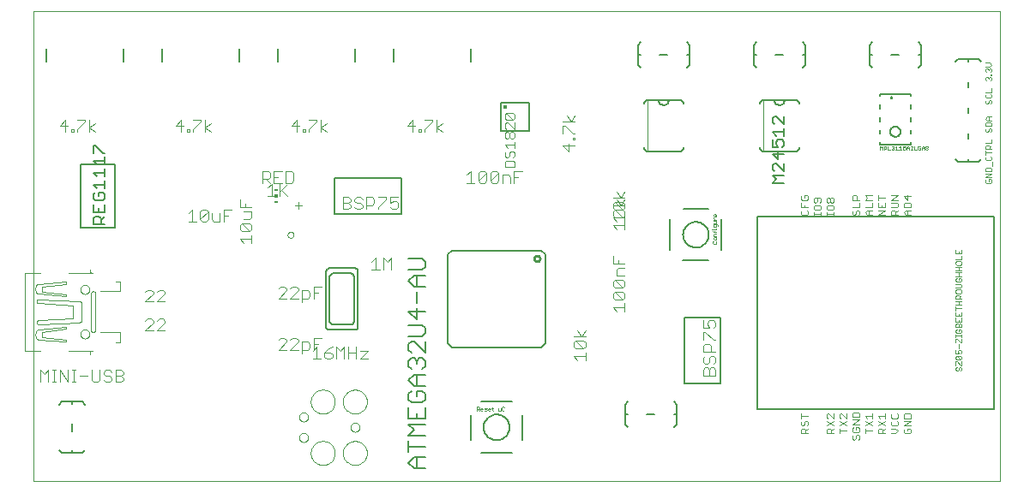
<source format=gto>
G75*
%MOIN*%
%OFA0B0*%
%FSLAX24Y24*%
%IPPOS*%
%LPD*%
%AMOC8*
5,1,8,0,0,1.08239X$1,22.5*
%
%ADD10C,0.0000*%
%ADD11C,0.0020*%
%ADD12C,0.0030*%
%ADD13R,0.0118X0.0059*%
%ADD14R,0.0118X0.0118*%
%ADD15C,0.0040*%
%ADD16C,0.0080*%
%ADD17C,0.0100*%
%ADD18C,0.0060*%
%ADD19C,0.0010*%
%ADD20C,0.0050*%
%ADD21C,0.0157*%
D10*
X003100Y000100D02*
X003100Y018396D01*
X040670Y018396D01*
X040670Y000100D01*
X003100Y000100D01*
X004923Y005834D02*
X004925Y005860D01*
X004931Y005886D01*
X004941Y005911D01*
X004954Y005934D01*
X004970Y005954D01*
X004990Y005972D01*
X005012Y005987D01*
X005035Y005999D01*
X005061Y006007D01*
X005087Y006011D01*
X005113Y006011D01*
X005139Y006007D01*
X005165Y005999D01*
X005189Y005987D01*
X005210Y005972D01*
X005230Y005954D01*
X005246Y005934D01*
X005259Y005911D01*
X005269Y005886D01*
X005275Y005860D01*
X005277Y005834D01*
X005275Y005808D01*
X005269Y005782D01*
X005259Y005757D01*
X005246Y005734D01*
X005230Y005714D01*
X005210Y005696D01*
X005188Y005681D01*
X005165Y005669D01*
X005139Y005661D01*
X005113Y005657D01*
X005087Y005657D01*
X005061Y005661D01*
X005035Y005669D01*
X005011Y005681D01*
X004990Y005696D01*
X004970Y005714D01*
X004954Y005734D01*
X004941Y005757D01*
X004931Y005782D01*
X004925Y005808D01*
X004923Y005834D01*
X004923Y007566D02*
X004925Y007592D01*
X004931Y007618D01*
X004941Y007643D01*
X004954Y007666D01*
X004970Y007686D01*
X004990Y007704D01*
X005012Y007719D01*
X005035Y007731D01*
X005061Y007739D01*
X005087Y007743D01*
X005113Y007743D01*
X005139Y007739D01*
X005165Y007731D01*
X005189Y007719D01*
X005210Y007704D01*
X005230Y007686D01*
X005246Y007666D01*
X005259Y007643D01*
X005269Y007618D01*
X005275Y007592D01*
X005277Y007566D01*
X005275Y007540D01*
X005269Y007514D01*
X005259Y007489D01*
X005246Y007466D01*
X005230Y007446D01*
X005210Y007428D01*
X005188Y007413D01*
X005165Y007401D01*
X005139Y007393D01*
X005113Y007389D01*
X005087Y007389D01*
X005061Y007393D01*
X005035Y007401D01*
X005011Y007413D01*
X004990Y007428D01*
X004970Y007446D01*
X004954Y007466D01*
X004941Y007489D01*
X004931Y007514D01*
X004925Y007540D01*
X004923Y007566D01*
X012982Y009700D02*
X012984Y009721D01*
X012990Y009741D01*
X012999Y009761D01*
X013011Y009778D01*
X013026Y009792D01*
X013044Y009804D01*
X013064Y009812D01*
X013084Y009817D01*
X013105Y009818D01*
X013126Y009815D01*
X013146Y009809D01*
X013165Y009798D01*
X013182Y009785D01*
X013195Y009769D01*
X013206Y009751D01*
X013214Y009731D01*
X013218Y009711D01*
X013218Y009689D01*
X013214Y009669D01*
X013206Y009649D01*
X013195Y009631D01*
X013182Y009615D01*
X013165Y009602D01*
X013146Y009591D01*
X013126Y009585D01*
X013105Y009582D01*
X013084Y009583D01*
X013064Y009588D01*
X013044Y009596D01*
X013026Y009608D01*
X013011Y009622D01*
X012999Y009639D01*
X012990Y009659D01*
X012984Y009679D01*
X012982Y009700D01*
X013883Y003200D02*
X013885Y003243D01*
X013891Y003286D01*
X013901Y003328D01*
X013915Y003369D01*
X013932Y003408D01*
X013953Y003446D01*
X013977Y003481D01*
X014005Y003515D01*
X014035Y003545D01*
X014069Y003573D01*
X014104Y003597D01*
X014142Y003618D01*
X014181Y003635D01*
X014222Y003649D01*
X014264Y003659D01*
X014307Y003665D01*
X014350Y003667D01*
X014393Y003665D01*
X014436Y003659D01*
X014478Y003649D01*
X014519Y003635D01*
X014558Y003618D01*
X014596Y003597D01*
X014631Y003573D01*
X014665Y003545D01*
X014695Y003515D01*
X014723Y003481D01*
X014747Y003446D01*
X014768Y003408D01*
X014785Y003369D01*
X014799Y003328D01*
X014809Y003286D01*
X014815Y003243D01*
X014817Y003200D01*
X014815Y003157D01*
X014809Y003114D01*
X014799Y003072D01*
X014785Y003031D01*
X014768Y002992D01*
X014747Y002954D01*
X014723Y002919D01*
X014695Y002885D01*
X014665Y002855D01*
X014631Y002827D01*
X014596Y002803D01*
X014558Y002782D01*
X014519Y002765D01*
X014478Y002751D01*
X014436Y002741D01*
X014393Y002735D01*
X014350Y002733D01*
X014307Y002735D01*
X014264Y002741D01*
X014222Y002751D01*
X014181Y002765D01*
X014142Y002782D01*
X014104Y002803D01*
X014069Y002827D01*
X014035Y002855D01*
X014005Y002885D01*
X013977Y002919D01*
X013953Y002954D01*
X013932Y002992D01*
X013915Y003031D01*
X013901Y003072D01*
X013891Y003114D01*
X013885Y003157D01*
X013883Y003200D01*
X013425Y002600D02*
X013427Y002626D01*
X013433Y002652D01*
X013442Y002676D01*
X013455Y002699D01*
X013472Y002719D01*
X013491Y002737D01*
X013513Y002752D01*
X013536Y002763D01*
X013561Y002771D01*
X013587Y002775D01*
X013613Y002775D01*
X013639Y002771D01*
X013664Y002763D01*
X013688Y002752D01*
X013709Y002737D01*
X013728Y002719D01*
X013745Y002699D01*
X013758Y002676D01*
X013767Y002652D01*
X013773Y002626D01*
X013775Y002600D01*
X013773Y002574D01*
X013767Y002548D01*
X013758Y002524D01*
X013745Y002501D01*
X013728Y002481D01*
X013709Y002463D01*
X013687Y002448D01*
X013664Y002437D01*
X013639Y002429D01*
X013613Y002425D01*
X013587Y002425D01*
X013561Y002429D01*
X013536Y002437D01*
X013512Y002448D01*
X013491Y002463D01*
X013472Y002481D01*
X013455Y002501D01*
X013442Y002524D01*
X013433Y002548D01*
X013427Y002574D01*
X013425Y002600D01*
X013425Y001800D02*
X013427Y001826D01*
X013433Y001852D01*
X013442Y001876D01*
X013455Y001899D01*
X013472Y001919D01*
X013491Y001937D01*
X013513Y001952D01*
X013536Y001963D01*
X013561Y001971D01*
X013587Y001975D01*
X013613Y001975D01*
X013639Y001971D01*
X013664Y001963D01*
X013688Y001952D01*
X013709Y001937D01*
X013728Y001919D01*
X013745Y001899D01*
X013758Y001876D01*
X013767Y001852D01*
X013773Y001826D01*
X013775Y001800D01*
X013773Y001774D01*
X013767Y001748D01*
X013758Y001724D01*
X013745Y001701D01*
X013728Y001681D01*
X013709Y001663D01*
X013687Y001648D01*
X013664Y001637D01*
X013639Y001629D01*
X013613Y001625D01*
X013587Y001625D01*
X013561Y001629D01*
X013536Y001637D01*
X013512Y001648D01*
X013491Y001663D01*
X013472Y001681D01*
X013455Y001701D01*
X013442Y001724D01*
X013433Y001748D01*
X013427Y001774D01*
X013425Y001800D01*
X013883Y001200D02*
X013885Y001243D01*
X013891Y001286D01*
X013901Y001328D01*
X013915Y001369D01*
X013932Y001408D01*
X013953Y001446D01*
X013977Y001481D01*
X014005Y001515D01*
X014035Y001545D01*
X014069Y001573D01*
X014104Y001597D01*
X014142Y001618D01*
X014181Y001635D01*
X014222Y001649D01*
X014264Y001659D01*
X014307Y001665D01*
X014350Y001667D01*
X014393Y001665D01*
X014436Y001659D01*
X014478Y001649D01*
X014519Y001635D01*
X014558Y001618D01*
X014596Y001597D01*
X014631Y001573D01*
X014665Y001545D01*
X014695Y001515D01*
X014723Y001481D01*
X014747Y001446D01*
X014768Y001408D01*
X014785Y001369D01*
X014799Y001328D01*
X014809Y001286D01*
X014815Y001243D01*
X014817Y001200D01*
X014815Y001157D01*
X014809Y001114D01*
X014799Y001072D01*
X014785Y001031D01*
X014768Y000992D01*
X014747Y000954D01*
X014723Y000919D01*
X014695Y000885D01*
X014665Y000855D01*
X014631Y000827D01*
X014596Y000803D01*
X014558Y000782D01*
X014519Y000765D01*
X014478Y000751D01*
X014436Y000741D01*
X014393Y000735D01*
X014350Y000733D01*
X014307Y000735D01*
X014264Y000741D01*
X014222Y000751D01*
X014181Y000765D01*
X014142Y000782D01*
X014104Y000803D01*
X014069Y000827D01*
X014035Y000855D01*
X014005Y000885D01*
X013977Y000919D01*
X013953Y000954D01*
X013932Y000992D01*
X013915Y001031D01*
X013901Y001072D01*
X013891Y001114D01*
X013885Y001157D01*
X013883Y001200D01*
X015133Y001200D02*
X015135Y001243D01*
X015141Y001286D01*
X015151Y001328D01*
X015165Y001369D01*
X015182Y001408D01*
X015203Y001446D01*
X015227Y001481D01*
X015255Y001515D01*
X015285Y001545D01*
X015319Y001573D01*
X015354Y001597D01*
X015392Y001618D01*
X015431Y001635D01*
X015472Y001649D01*
X015514Y001659D01*
X015557Y001665D01*
X015600Y001667D01*
X015643Y001665D01*
X015686Y001659D01*
X015728Y001649D01*
X015769Y001635D01*
X015808Y001618D01*
X015846Y001597D01*
X015881Y001573D01*
X015915Y001545D01*
X015945Y001515D01*
X015973Y001481D01*
X015997Y001446D01*
X016018Y001408D01*
X016035Y001369D01*
X016049Y001328D01*
X016059Y001286D01*
X016065Y001243D01*
X016067Y001200D01*
X016065Y001157D01*
X016059Y001114D01*
X016049Y001072D01*
X016035Y001031D01*
X016018Y000992D01*
X015997Y000954D01*
X015973Y000919D01*
X015945Y000885D01*
X015915Y000855D01*
X015881Y000827D01*
X015846Y000803D01*
X015808Y000782D01*
X015769Y000765D01*
X015728Y000751D01*
X015686Y000741D01*
X015643Y000735D01*
X015600Y000733D01*
X015557Y000735D01*
X015514Y000741D01*
X015472Y000751D01*
X015431Y000765D01*
X015392Y000782D01*
X015354Y000803D01*
X015319Y000827D01*
X015285Y000855D01*
X015255Y000885D01*
X015227Y000919D01*
X015203Y000954D01*
X015182Y000992D01*
X015165Y001031D01*
X015151Y001072D01*
X015141Y001114D01*
X015135Y001157D01*
X015133Y001200D01*
X015425Y002200D02*
X015427Y002226D01*
X015433Y002252D01*
X015442Y002276D01*
X015455Y002299D01*
X015472Y002319D01*
X015491Y002337D01*
X015513Y002352D01*
X015536Y002363D01*
X015561Y002371D01*
X015587Y002375D01*
X015613Y002375D01*
X015639Y002371D01*
X015664Y002363D01*
X015688Y002352D01*
X015709Y002337D01*
X015728Y002319D01*
X015745Y002299D01*
X015758Y002276D01*
X015767Y002252D01*
X015773Y002226D01*
X015775Y002200D01*
X015773Y002174D01*
X015767Y002148D01*
X015758Y002124D01*
X015745Y002101D01*
X015728Y002081D01*
X015709Y002063D01*
X015687Y002048D01*
X015664Y002037D01*
X015639Y002029D01*
X015613Y002025D01*
X015587Y002025D01*
X015561Y002029D01*
X015536Y002037D01*
X015512Y002048D01*
X015491Y002063D01*
X015472Y002081D01*
X015455Y002101D01*
X015442Y002124D01*
X015433Y002148D01*
X015427Y002174D01*
X015425Y002200D01*
X015133Y003200D02*
X015135Y003243D01*
X015141Y003286D01*
X015151Y003328D01*
X015165Y003369D01*
X015182Y003408D01*
X015203Y003446D01*
X015227Y003481D01*
X015255Y003515D01*
X015285Y003545D01*
X015319Y003573D01*
X015354Y003597D01*
X015392Y003618D01*
X015431Y003635D01*
X015472Y003649D01*
X015514Y003659D01*
X015557Y003665D01*
X015600Y003667D01*
X015643Y003665D01*
X015686Y003659D01*
X015728Y003649D01*
X015769Y003635D01*
X015808Y003618D01*
X015846Y003597D01*
X015881Y003573D01*
X015915Y003545D01*
X015945Y003515D01*
X015973Y003481D01*
X015997Y003446D01*
X016018Y003408D01*
X016035Y003369D01*
X016049Y003328D01*
X016059Y003286D01*
X016065Y003243D01*
X016067Y003200D01*
X016065Y003157D01*
X016059Y003114D01*
X016049Y003072D01*
X016035Y003031D01*
X016018Y002992D01*
X015997Y002954D01*
X015973Y002919D01*
X015945Y002885D01*
X015915Y002855D01*
X015881Y002827D01*
X015846Y002803D01*
X015808Y002782D01*
X015769Y002765D01*
X015728Y002751D01*
X015686Y002741D01*
X015643Y002735D01*
X015600Y002733D01*
X015557Y002735D01*
X015514Y002741D01*
X015472Y002751D01*
X015431Y002765D01*
X015392Y002782D01*
X015354Y002803D01*
X015319Y002827D01*
X015285Y002855D01*
X015255Y002885D01*
X015227Y002919D01*
X015203Y002954D01*
X015182Y002992D01*
X015165Y003031D01*
X015151Y003072D01*
X015141Y003114D01*
X015135Y003157D01*
X015133Y003200D01*
D11*
X026970Y012950D02*
X026970Y014950D01*
X031470Y014950D02*
X031470Y012950D01*
X036010Y013010D02*
X036010Y013150D01*
X036057Y013103D01*
X036103Y013150D01*
X036103Y013010D01*
X036157Y013010D02*
X036157Y013150D01*
X036227Y013150D01*
X036251Y013127D01*
X036251Y013080D01*
X036227Y013057D01*
X036157Y013057D01*
X036305Y013010D02*
X036398Y013010D01*
X036452Y013033D02*
X036475Y013010D01*
X036522Y013010D01*
X036545Y013033D01*
X036545Y013057D01*
X036522Y013080D01*
X036499Y013080D01*
X036522Y013080D02*
X036545Y013103D01*
X036545Y013127D01*
X036522Y013150D01*
X036475Y013150D01*
X036452Y013127D01*
X036305Y013150D02*
X036305Y013010D01*
X036599Y013010D02*
X036693Y013010D01*
X036646Y013010D02*
X036646Y013150D01*
X036599Y013103D01*
X036747Y013103D02*
X036793Y013150D01*
X036793Y013010D01*
X036747Y013010D02*
X036840Y013010D01*
X036894Y013033D02*
X036917Y013010D01*
X036964Y013010D01*
X036987Y013033D01*
X036987Y013080D01*
X036964Y013103D01*
X036941Y013103D01*
X036894Y013080D01*
X036894Y013150D01*
X036987Y013150D01*
X037041Y013103D02*
X037088Y013150D01*
X037135Y013103D01*
X037135Y013010D01*
X037189Y013010D02*
X037282Y013103D01*
X037282Y013127D01*
X037259Y013150D01*
X037212Y013150D01*
X037189Y013127D01*
X037135Y013080D02*
X037041Y013080D01*
X037041Y013103D02*
X037041Y013010D01*
X037189Y013010D02*
X037282Y013010D01*
X037336Y013010D02*
X037429Y013010D01*
X037483Y013033D02*
X037507Y013010D01*
X037553Y013010D01*
X037577Y013033D01*
X037577Y013080D01*
X037530Y013080D01*
X037483Y013127D02*
X037483Y013033D01*
X037483Y013127D02*
X037507Y013150D01*
X037553Y013150D01*
X037577Y013127D01*
X037631Y013103D02*
X037677Y013150D01*
X037724Y013103D01*
X037724Y013010D01*
X037778Y013033D02*
X037778Y013057D01*
X037801Y013080D01*
X037848Y013080D01*
X037871Y013057D01*
X037871Y013033D01*
X037848Y013010D01*
X037801Y013010D01*
X037778Y013033D01*
X037801Y013080D02*
X037778Y013103D01*
X037778Y013127D01*
X037801Y013150D01*
X037848Y013150D01*
X037871Y013127D01*
X037871Y013103D01*
X037848Y013080D01*
X037724Y013080D02*
X037631Y013080D01*
X037631Y013103D02*
X037631Y013010D01*
X037336Y013010D02*
X037336Y013150D01*
X040110Y013155D02*
X040147Y013191D01*
X040220Y013191D01*
X040257Y013155D01*
X040257Y013045D01*
X040330Y013045D02*
X040110Y013045D01*
X040110Y013155D01*
X040110Y013266D02*
X040330Y013266D01*
X040330Y013412D01*
X040330Y013191D02*
X040257Y013118D01*
X040110Y012970D02*
X040110Y012824D01*
X040110Y012897D02*
X040330Y012897D01*
X040293Y012749D02*
X040330Y012713D01*
X040330Y012639D01*
X040293Y012603D01*
X040147Y012603D01*
X040110Y012639D01*
X040110Y012713D01*
X040147Y012749D01*
X040367Y012528D02*
X040367Y012382D01*
X040293Y012308D02*
X040147Y012308D01*
X040110Y012271D01*
X040110Y012161D01*
X040330Y012161D01*
X040330Y012271D01*
X040293Y012308D01*
X040330Y012087D02*
X040110Y012087D01*
X040110Y011940D02*
X040330Y012087D01*
X040330Y011940D02*
X040110Y011940D01*
X040147Y011866D02*
X040110Y011829D01*
X040110Y011755D01*
X040147Y011719D01*
X040293Y011719D01*
X040330Y011755D01*
X040330Y011829D01*
X040293Y011866D01*
X040220Y011866D01*
X040220Y011792D01*
X040183Y013708D02*
X040220Y013744D01*
X040220Y013818D01*
X040257Y013854D01*
X040293Y013854D01*
X040330Y013818D01*
X040330Y013744D01*
X040293Y013708D01*
X040183Y013708D02*
X040147Y013708D01*
X040110Y013744D01*
X040110Y013818D01*
X040147Y013854D01*
X040110Y013929D02*
X040110Y014039D01*
X040147Y014075D01*
X040293Y014075D01*
X040330Y014039D01*
X040330Y013929D01*
X040110Y013929D01*
X040183Y014150D02*
X040110Y014223D01*
X040183Y014296D01*
X040330Y014296D01*
X040220Y014296D02*
X040220Y014150D01*
X040183Y014150D02*
X040330Y014150D01*
X040293Y014813D02*
X040330Y014849D01*
X040330Y014923D01*
X040293Y014959D01*
X040257Y014959D01*
X040220Y014923D01*
X040220Y014849D01*
X040183Y014813D01*
X040147Y014813D01*
X040110Y014849D01*
X040110Y014923D01*
X040147Y014959D01*
X040147Y015034D02*
X040293Y015034D01*
X040330Y015070D01*
X040330Y015144D01*
X040293Y015180D01*
X040330Y015255D02*
X040330Y015401D01*
X040330Y015255D02*
X040110Y015255D01*
X040147Y015180D02*
X040110Y015144D01*
X040110Y015070D01*
X040147Y015034D01*
X040147Y015697D02*
X040110Y015733D01*
X040110Y015807D01*
X040147Y015843D01*
X040183Y015843D01*
X040220Y015807D01*
X040257Y015843D01*
X040293Y015843D01*
X040330Y015807D01*
X040330Y015733D01*
X040293Y015697D01*
X040220Y015770D02*
X040220Y015807D01*
X040293Y015918D02*
X040293Y015954D01*
X040330Y015954D01*
X040330Y015918D01*
X040293Y015918D01*
X040293Y016028D02*
X040330Y016065D01*
X040330Y016138D01*
X040293Y016175D01*
X040257Y016175D01*
X040220Y016138D01*
X040220Y016101D01*
X040220Y016138D02*
X040183Y016175D01*
X040147Y016175D01*
X040110Y016138D01*
X040110Y016065D01*
X040147Y016028D01*
X040110Y016249D02*
X040257Y016249D01*
X040330Y016322D01*
X040257Y016396D01*
X040110Y016396D01*
X039169Y009112D02*
X039169Y008965D01*
X038949Y008965D01*
X038949Y009112D01*
X039059Y009039D02*
X039059Y008965D01*
X039169Y008891D02*
X039169Y008744D01*
X038949Y008744D01*
X038986Y008670D02*
X038949Y008634D01*
X038949Y008560D01*
X038986Y008523D01*
X039133Y008523D01*
X039169Y008560D01*
X039169Y008634D01*
X039133Y008670D01*
X038986Y008670D01*
X038949Y008449D02*
X039169Y008449D01*
X039059Y008449D02*
X039059Y008303D01*
X039059Y008228D02*
X039059Y008082D01*
X039059Y008007D02*
X039059Y007934D01*
X039059Y008007D02*
X039133Y008007D01*
X039169Y007971D01*
X039169Y007897D01*
X039133Y007861D01*
X038986Y007861D01*
X038949Y007897D01*
X038949Y007971D01*
X038986Y008007D01*
X038949Y008082D02*
X039169Y008082D01*
X039169Y008228D02*
X038949Y008228D01*
X038949Y008303D02*
X039169Y008303D01*
X039133Y007786D02*
X038949Y007786D01*
X038949Y007640D02*
X039133Y007640D01*
X039169Y007676D01*
X039169Y007750D01*
X039133Y007786D01*
X039133Y007565D02*
X038986Y007565D01*
X038949Y007529D01*
X038949Y007455D01*
X038986Y007419D01*
X039133Y007419D01*
X039169Y007455D01*
X039169Y007529D01*
X039133Y007565D01*
X039169Y007344D02*
X039096Y007271D01*
X039096Y007308D02*
X039096Y007198D01*
X039169Y007198D02*
X038949Y007198D01*
X038949Y007308D01*
X038986Y007344D01*
X039059Y007344D01*
X039096Y007308D01*
X039059Y007123D02*
X039059Y006977D01*
X039169Y006977D02*
X038949Y006977D01*
X038949Y006902D02*
X038949Y006756D01*
X038949Y006829D02*
X039169Y006829D01*
X039169Y006681D02*
X039169Y006535D01*
X038949Y006535D01*
X038949Y006681D01*
X039059Y006608D02*
X039059Y006535D01*
X038949Y006460D02*
X038949Y006314D01*
X039169Y006314D01*
X039169Y006460D01*
X039059Y006387D02*
X039059Y006314D01*
X039023Y006239D02*
X039059Y006203D01*
X039059Y006093D01*
X039059Y006018D02*
X039059Y005945D01*
X039059Y006018D02*
X039133Y006018D01*
X039169Y005982D01*
X039169Y005908D01*
X039133Y005872D01*
X038986Y005872D01*
X038949Y005908D01*
X038949Y005982D01*
X038986Y006018D01*
X038949Y006093D02*
X038949Y006203D01*
X038986Y006239D01*
X039023Y006239D01*
X039059Y006203D02*
X039096Y006239D01*
X039133Y006239D01*
X039169Y006203D01*
X039169Y006093D01*
X038949Y006093D01*
X038949Y005798D02*
X038949Y005724D01*
X038949Y005761D02*
X039169Y005761D01*
X039169Y005724D02*
X039169Y005798D01*
X039169Y005650D02*
X039169Y005503D01*
X039133Y005503D01*
X038986Y005650D01*
X038949Y005650D01*
X038949Y005503D01*
X039059Y005429D02*
X039059Y005282D01*
X039059Y005208D02*
X039133Y005208D01*
X039169Y005171D01*
X039169Y005098D01*
X039133Y005061D01*
X039059Y005061D02*
X039023Y005135D01*
X039023Y005171D01*
X039059Y005208D01*
X038949Y005208D02*
X038949Y005061D01*
X039059Y005061D01*
X038986Y004987D02*
X039133Y004840D01*
X039169Y004877D01*
X039169Y004950D01*
X039133Y004987D01*
X038986Y004987D01*
X038949Y004950D01*
X038949Y004877D01*
X038986Y004840D01*
X039133Y004840D01*
X039169Y004766D02*
X039169Y004619D01*
X039133Y004619D01*
X038986Y004766D01*
X038949Y004766D01*
X038949Y004619D01*
X038986Y004545D02*
X038949Y004508D01*
X038949Y004435D01*
X038986Y004398D01*
X039023Y004398D01*
X039059Y004435D01*
X039059Y004508D01*
X039096Y004545D01*
X039133Y004545D01*
X039169Y004508D01*
X039169Y004435D01*
X039133Y004398D01*
X039169Y007123D02*
X038949Y007123D01*
D12*
X037210Y010465D02*
X037017Y010465D01*
X036920Y010562D01*
X037017Y010658D01*
X037210Y010658D01*
X037210Y010760D02*
X037210Y010905D01*
X037162Y010953D01*
X036968Y010953D01*
X036920Y010905D01*
X036920Y010760D01*
X037210Y010760D01*
X037065Y010658D02*
X037065Y010465D01*
X036710Y010465D02*
X036420Y010465D01*
X036420Y010610D01*
X036468Y010658D01*
X036565Y010658D01*
X036613Y010610D01*
X036613Y010465D01*
X036613Y010562D02*
X036710Y010658D01*
X036662Y010760D02*
X036710Y010808D01*
X036710Y010905D01*
X036662Y010953D01*
X036420Y010953D01*
X036420Y011054D02*
X036710Y011248D01*
X036420Y011248D01*
X036420Y011054D02*
X036710Y011054D01*
X036920Y011199D02*
X037065Y011054D01*
X037065Y011248D01*
X037210Y011199D02*
X036920Y011199D01*
X036210Y011151D02*
X035920Y011151D01*
X035920Y011054D02*
X035920Y011248D01*
X035710Y011248D02*
X035420Y011248D01*
X035517Y011151D01*
X035420Y011054D01*
X035710Y011054D01*
X035710Y010953D02*
X035710Y010760D01*
X035420Y010760D01*
X035517Y010658D02*
X035710Y010658D01*
X035565Y010658D02*
X035565Y010465D01*
X035517Y010465D02*
X035420Y010562D01*
X035517Y010658D01*
X035517Y010465D02*
X035710Y010465D01*
X035920Y010465D02*
X036210Y010658D01*
X035920Y010658D01*
X035920Y010760D02*
X036210Y010760D01*
X036210Y010953D01*
X036065Y010856D02*
X036065Y010760D01*
X035920Y010760D02*
X035920Y010953D01*
X036420Y010760D02*
X036662Y010760D01*
X036210Y010465D02*
X035920Y010465D01*
X035210Y010513D02*
X035162Y010465D01*
X035210Y010513D02*
X035210Y010610D01*
X035162Y010658D01*
X035113Y010658D01*
X035065Y010610D01*
X035065Y010513D01*
X035017Y010465D01*
X034968Y010465D01*
X034920Y010513D01*
X034920Y010610D01*
X034968Y010658D01*
X034920Y010760D02*
X035210Y010760D01*
X035210Y010953D01*
X035210Y011054D02*
X034920Y011054D01*
X034920Y011199D01*
X034968Y011248D01*
X035065Y011248D01*
X035113Y011199D01*
X035113Y011054D01*
X034210Y011101D02*
X034210Y011004D01*
X034162Y010956D01*
X034113Y010956D01*
X034065Y011004D01*
X034065Y011101D01*
X034113Y011150D01*
X034162Y011150D01*
X034210Y011101D01*
X034065Y011101D02*
X034017Y011150D01*
X033968Y011150D01*
X033920Y011101D01*
X033920Y011004D01*
X033968Y010956D01*
X034017Y010956D01*
X034065Y011004D01*
X034162Y010855D02*
X033968Y010855D01*
X033920Y010807D01*
X033920Y010710D01*
X033968Y010661D01*
X034162Y010661D01*
X034210Y010710D01*
X034210Y010807D01*
X034162Y010855D01*
X034210Y010562D02*
X034210Y010465D01*
X034210Y010513D02*
X033920Y010513D01*
X033920Y010465D02*
X033920Y010562D01*
X033710Y010562D02*
X033710Y010465D01*
X033710Y010513D02*
X033420Y010513D01*
X033420Y010465D02*
X033420Y010562D01*
X033468Y010661D02*
X033662Y010661D01*
X033710Y010710D01*
X033710Y010807D01*
X033662Y010855D01*
X033468Y010855D01*
X033420Y010807D01*
X033420Y010710D01*
X033468Y010661D01*
X033210Y010610D02*
X033162Y010658D01*
X033210Y010610D02*
X033210Y010513D01*
X033162Y010465D01*
X032968Y010465D01*
X032920Y010513D01*
X032920Y010610D01*
X032968Y010658D01*
X032920Y010760D02*
X032920Y010953D01*
X032968Y011054D02*
X033162Y011054D01*
X033210Y011103D01*
X033210Y011199D01*
X033162Y011248D01*
X033065Y011248D01*
X033065Y011151D01*
X032968Y011054D02*
X032920Y011103D01*
X032920Y011199D01*
X032968Y011248D01*
X033065Y010856D02*
X033065Y010760D01*
X033210Y010760D02*
X032920Y010760D01*
X033420Y011004D02*
X033468Y010956D01*
X033517Y010956D01*
X033565Y011004D01*
X033565Y011150D01*
X033662Y011150D02*
X033468Y011150D01*
X033420Y011101D01*
X033420Y011004D01*
X033662Y010956D02*
X033710Y011004D01*
X033710Y011101D01*
X033662Y011150D01*
X033968Y002748D02*
X033920Y002699D01*
X033920Y002603D01*
X033968Y002554D01*
X033920Y002453D02*
X034210Y002260D01*
X034210Y002158D02*
X034113Y002062D01*
X034113Y002110D02*
X034113Y001965D01*
X034210Y001965D02*
X033920Y001965D01*
X033920Y002110D01*
X033968Y002158D01*
X034065Y002158D01*
X034113Y002110D01*
X033920Y002260D02*
X034210Y002453D01*
X034210Y002554D02*
X034017Y002748D01*
X033968Y002748D01*
X034210Y002748D02*
X034210Y002554D01*
X034420Y002603D02*
X034468Y002554D01*
X034420Y002603D02*
X034420Y002699D01*
X034468Y002748D01*
X034517Y002748D01*
X034710Y002554D01*
X034710Y002748D01*
X034920Y002744D02*
X034920Y002599D01*
X035210Y002599D01*
X035210Y002744D01*
X035162Y002792D01*
X034968Y002792D01*
X034920Y002744D01*
X034920Y002498D02*
X035210Y002498D01*
X034920Y002304D01*
X035210Y002304D01*
X035162Y002203D02*
X035210Y002155D01*
X035210Y002058D01*
X035162Y002010D01*
X034968Y002010D01*
X034920Y002058D01*
X034920Y002155D01*
X034968Y002203D01*
X035065Y002203D02*
X035065Y002106D01*
X035065Y002203D02*
X035162Y002203D01*
X035420Y002158D02*
X035420Y001965D01*
X035420Y002062D02*
X035710Y002062D01*
X035710Y002260D02*
X035420Y002453D01*
X035517Y002554D02*
X035420Y002651D01*
X035710Y002651D01*
X035710Y002554D02*
X035710Y002748D01*
X035920Y002651D02*
X036210Y002651D01*
X036210Y002554D02*
X036210Y002748D01*
X036420Y002699D02*
X036468Y002748D01*
X036420Y002699D02*
X036420Y002603D01*
X036468Y002554D01*
X036662Y002554D01*
X036710Y002603D01*
X036710Y002699D01*
X036662Y002748D01*
X036920Y002699D02*
X036968Y002748D01*
X037162Y002748D01*
X037210Y002699D01*
X037210Y002554D01*
X036920Y002554D01*
X036920Y002699D01*
X036920Y002453D02*
X037210Y002453D01*
X036920Y002260D01*
X037210Y002260D01*
X037162Y002158D02*
X037065Y002158D01*
X037065Y002062D01*
X037162Y002158D02*
X037210Y002110D01*
X037210Y002013D01*
X037162Y001965D01*
X036968Y001965D01*
X036920Y002013D01*
X036920Y002110D01*
X036968Y002158D01*
X036710Y002062D02*
X036613Y002158D01*
X036420Y002158D01*
X036468Y002260D02*
X036662Y002260D01*
X036710Y002308D01*
X036710Y002405D01*
X036662Y002453D01*
X036468Y002453D02*
X036420Y002405D01*
X036420Y002308D01*
X036468Y002260D01*
X036210Y002260D02*
X035920Y002453D01*
X036017Y002554D02*
X035920Y002651D01*
X035710Y002453D02*
X035420Y002260D01*
X035162Y001908D02*
X035210Y001860D01*
X035210Y001763D01*
X035162Y001715D01*
X035065Y001763D02*
X035065Y001860D01*
X035113Y001908D01*
X035162Y001908D01*
X035065Y001763D02*
X035017Y001715D01*
X034968Y001715D01*
X034920Y001763D01*
X034920Y001860D01*
X034968Y001908D01*
X034710Y002062D02*
X034420Y002062D01*
X034420Y002158D02*
X034420Y001965D01*
X034420Y002260D02*
X034710Y002453D01*
X034710Y002260D02*
X034420Y002453D01*
X033210Y002405D02*
X033210Y002308D01*
X033162Y002260D01*
X033065Y002308D02*
X033065Y002405D01*
X033113Y002453D01*
X033162Y002453D01*
X033210Y002405D01*
X033065Y002308D02*
X033017Y002260D01*
X032968Y002260D01*
X032920Y002308D01*
X032920Y002405D01*
X032968Y002453D01*
X032920Y002554D02*
X032920Y002748D01*
X032920Y002651D02*
X033210Y002651D01*
X033210Y002158D02*
X033113Y002062D01*
X033113Y002110D02*
X033113Y001965D01*
X033210Y001965D02*
X032920Y001965D01*
X032920Y002110D01*
X032968Y002158D01*
X033065Y002158D01*
X033113Y002110D01*
X035920Y002110D02*
X035920Y001965D01*
X036210Y001965D01*
X036113Y001965D02*
X036113Y002110D01*
X036065Y002158D01*
X035968Y002158D01*
X035920Y002110D01*
X035920Y002260D02*
X036210Y002453D01*
X036210Y002158D02*
X036113Y002062D01*
X036420Y001965D02*
X036613Y001965D01*
X036710Y002062D01*
X021792Y012341D02*
X021792Y012526D01*
X021730Y012588D01*
X021483Y012588D01*
X021421Y012526D01*
X021421Y012341D01*
X021792Y012341D01*
X021730Y012709D02*
X021792Y012771D01*
X021792Y012894D01*
X021730Y012956D01*
X021668Y012956D01*
X021606Y012894D01*
X021606Y012771D01*
X021545Y012709D01*
X021483Y012709D01*
X021421Y012771D01*
X021421Y012894D01*
X021483Y012956D01*
X021545Y013078D02*
X021421Y013201D01*
X021792Y013201D01*
X021792Y013078D02*
X021792Y013325D01*
X021730Y013446D02*
X021668Y013446D01*
X021606Y013508D01*
X021606Y013631D01*
X021668Y013693D01*
X021730Y013693D01*
X021792Y013631D01*
X021792Y013508D01*
X021730Y013446D01*
X021606Y013508D02*
X021545Y013446D01*
X021483Y013446D01*
X021421Y013508D01*
X021421Y013631D01*
X021483Y013693D01*
X021545Y013693D01*
X021606Y013631D01*
X021483Y013814D02*
X021421Y013876D01*
X021421Y013999D01*
X021483Y014061D01*
X021545Y014061D01*
X021792Y013814D01*
X021792Y014061D01*
X021730Y014183D02*
X021483Y014429D01*
X021730Y014429D01*
X021792Y014368D01*
X021792Y014244D01*
X021730Y014183D01*
X021483Y014183D01*
X021421Y014244D01*
X021421Y014368D01*
X021483Y014429D01*
X013523Y010838D02*
X013276Y010838D01*
X013400Y010715D02*
X013400Y010962D01*
D13*
X012541Y010964D03*
X012541Y011436D03*
D14*
X012541Y011200D03*
D15*
X012506Y011220D02*
X012199Y011220D01*
X012353Y011220D02*
X012353Y011680D01*
X012199Y011527D01*
X012296Y011720D02*
X012142Y011873D01*
X012219Y011873D02*
X011989Y011873D01*
X011989Y011720D02*
X011989Y012180D01*
X012219Y012180D01*
X012296Y012104D01*
X012296Y011950D01*
X012219Y011873D01*
X012449Y011950D02*
X012603Y011950D01*
X012660Y011680D02*
X012660Y011220D01*
X012660Y011373D02*
X012967Y011680D01*
X012910Y011720D02*
X013140Y011720D01*
X013217Y011797D01*
X013217Y012104D01*
X013140Y012180D01*
X012910Y012180D01*
X012910Y011720D01*
X012756Y011720D02*
X012449Y011720D01*
X012449Y012180D01*
X012756Y012180D01*
X012736Y011450D02*
X012967Y011220D01*
X011580Y010760D02*
X011120Y010760D01*
X011120Y011067D01*
X011350Y010913D02*
X011350Y010760D01*
X011273Y010606D02*
X011580Y010606D01*
X011580Y010376D01*
X011503Y010299D01*
X011273Y010299D01*
X011196Y010146D02*
X011503Y009839D01*
X011580Y009916D01*
X011580Y010069D01*
X011503Y010146D01*
X011196Y010146D01*
X011120Y010069D01*
X011120Y009916D01*
X011196Y009839D01*
X011503Y009839D01*
X011580Y009685D02*
X011580Y009378D01*
X011580Y009532D02*
X011120Y009532D01*
X011273Y009378D01*
X010501Y010220D02*
X010501Y010680D01*
X010808Y010680D01*
X010655Y010450D02*
X010501Y010450D01*
X010348Y010527D02*
X010348Y010220D01*
X010118Y010220D01*
X010041Y010297D01*
X010041Y010527D01*
X009887Y010604D02*
X009580Y010297D01*
X009657Y010220D01*
X009811Y010220D01*
X009887Y010297D01*
X009887Y010604D01*
X009811Y010680D01*
X009657Y010680D01*
X009580Y010604D01*
X009580Y010297D01*
X009427Y010220D02*
X009120Y010220D01*
X009273Y010220D02*
X009273Y010680D01*
X009120Y010527D01*
X005386Y008212D02*
X005370Y008214D01*
X005355Y008218D01*
X005340Y008226D01*
X005328Y008236D01*
X005318Y008248D01*
X005310Y008263D01*
X005306Y008278D01*
X005304Y008294D01*
X005304Y008356D01*
X005386Y008212D02*
X004477Y008212D01*
X004385Y007865D02*
X004385Y007783D01*
X003444Y007681D01*
X003444Y007477D01*
X004385Y007374D01*
X004385Y007293D01*
X003301Y007395D01*
X003282Y007399D01*
X003263Y007405D01*
X003246Y007415D01*
X003230Y007427D01*
X003217Y007442D01*
X003206Y007459D01*
X003199Y007477D01*
X003199Y007702D02*
X003206Y007720D01*
X003217Y007737D01*
X003230Y007752D01*
X003246Y007764D01*
X003263Y007774D01*
X003282Y007780D01*
X003301Y007784D01*
X003301Y007783D02*
X004385Y007865D01*
X003200Y007701D02*
X003191Y007664D01*
X003185Y007627D01*
X003183Y007589D01*
X003185Y007551D01*
X003191Y007514D01*
X003200Y007477D01*
X003301Y007191D02*
X004896Y007109D01*
X004914Y007106D01*
X004931Y007099D01*
X004946Y007090D01*
X004959Y007077D01*
X004968Y007062D01*
X004975Y007045D01*
X004978Y007027D01*
X004977Y007027D02*
X004977Y006373D01*
X004978Y006373D02*
X004975Y006355D01*
X004968Y006338D01*
X004959Y006323D01*
X004946Y006310D01*
X004931Y006301D01*
X004914Y006294D01*
X004896Y006291D01*
X003301Y006210D01*
X003301Y006209D02*
X003285Y006211D01*
X003270Y006215D01*
X003255Y006223D01*
X003243Y006233D01*
X003233Y006245D01*
X003225Y006260D01*
X003221Y006275D01*
X003219Y006291D01*
X003221Y006307D01*
X003225Y006322D01*
X003233Y006337D01*
X003243Y006349D01*
X003255Y006359D01*
X003270Y006367D01*
X003285Y006371D01*
X003301Y006373D01*
X004650Y006455D01*
X004650Y006945D01*
X003301Y007027D01*
X003285Y007029D01*
X003270Y007033D01*
X003255Y007041D01*
X003243Y007051D01*
X003233Y007063D01*
X003225Y007078D01*
X003221Y007093D01*
X003219Y007109D01*
X003220Y007109D02*
X003220Y007109D01*
X003219Y007109D02*
X003221Y007125D01*
X003225Y007140D01*
X003233Y007155D01*
X003243Y007167D01*
X003255Y007177D01*
X003270Y007185D01*
X003285Y007189D01*
X003301Y007191D01*
X003362Y008212D02*
X002770Y008212D01*
X002770Y005188D01*
X003362Y005188D01*
X003301Y005617D02*
X004385Y005535D01*
X004385Y005617D01*
X003444Y005719D01*
X003444Y005923D01*
X004385Y006026D01*
X004385Y006107D01*
X003301Y006005D01*
X003282Y006001D01*
X003263Y005995D01*
X003246Y005985D01*
X003230Y005973D01*
X003217Y005958D01*
X003206Y005941D01*
X003199Y005923D01*
X003199Y005699D02*
X003206Y005681D01*
X003217Y005664D01*
X003230Y005649D01*
X003246Y005637D01*
X003263Y005627D01*
X003282Y005621D01*
X003301Y005617D01*
X003200Y005699D02*
X003191Y005736D01*
X003185Y005773D01*
X003183Y005811D01*
X003185Y005849D01*
X003191Y005886D01*
X003200Y005923D01*
X002770Y005188D02*
X002770Y005188D01*
X003370Y004430D02*
X003523Y004277D01*
X003677Y004430D01*
X003677Y003970D01*
X003830Y003970D02*
X003984Y003970D01*
X003907Y003970D02*
X003907Y004430D01*
X003830Y004430D02*
X003984Y004430D01*
X004137Y004430D02*
X004444Y003970D01*
X004444Y004430D01*
X004598Y004430D02*
X004751Y004430D01*
X004674Y004430D02*
X004674Y003970D01*
X004598Y003970D02*
X004751Y003970D01*
X004905Y004200D02*
X005212Y004200D01*
X005365Y004047D02*
X005442Y003970D01*
X005595Y003970D01*
X005672Y004047D01*
X005672Y004430D01*
X005825Y004354D02*
X005825Y004277D01*
X005902Y004200D01*
X006056Y004200D01*
X006132Y004123D01*
X006132Y004047D01*
X006056Y003970D01*
X005902Y003970D01*
X005825Y004047D01*
X005825Y004354D02*
X005902Y004430D01*
X006056Y004430D01*
X006132Y004354D01*
X006286Y004430D02*
X006286Y003970D01*
X006516Y003970D01*
X006593Y004047D01*
X006593Y004123D01*
X006516Y004200D01*
X006286Y004200D01*
X006516Y004200D02*
X006593Y004277D01*
X006593Y004354D01*
X006516Y004430D01*
X006286Y004430D01*
X005365Y004430D02*
X005365Y004047D01*
X005304Y005045D02*
X005304Y005106D01*
X005306Y005122D01*
X005310Y005137D01*
X005318Y005152D01*
X005328Y005164D01*
X005340Y005174D01*
X005355Y005182D01*
X005370Y005186D01*
X005386Y005188D01*
X004477Y005188D01*
X004137Y004430D02*
X004137Y003970D01*
X003370Y003970D02*
X003370Y004430D01*
X005325Y006005D02*
X005325Y007395D01*
X005327Y007415D01*
X005333Y007434D01*
X005342Y007452D01*
X005355Y007467D01*
X005370Y007480D01*
X005388Y007489D01*
X005407Y007495D01*
X005427Y007497D01*
X005427Y007497D01*
X005443Y007495D01*
X005458Y007491D01*
X005473Y007483D01*
X005485Y007473D01*
X005495Y007461D01*
X005503Y007446D01*
X005507Y007431D01*
X005509Y007415D01*
X005509Y005985D01*
X005507Y005969D01*
X005503Y005954D01*
X005495Y005939D01*
X005485Y005927D01*
X005473Y005917D01*
X005458Y005909D01*
X005443Y005905D01*
X005427Y005903D01*
X005407Y005905D01*
X005388Y005911D01*
X005370Y005920D01*
X005355Y005933D01*
X005342Y005948D01*
X005333Y005966D01*
X005327Y005985D01*
X005325Y006005D01*
X005713Y005903D02*
X006449Y005903D01*
X006469Y005903D02*
X006469Y005515D01*
X006449Y005515D02*
X006306Y005515D01*
X007449Y005970D02*
X007756Y006277D01*
X007756Y006354D01*
X007679Y006430D01*
X007526Y006430D01*
X007449Y006354D01*
X007449Y005970D02*
X007756Y005970D01*
X007910Y005970D02*
X008217Y006277D01*
X008217Y006354D01*
X008140Y006430D01*
X007986Y006430D01*
X007910Y006354D01*
X007910Y005970D02*
X008217Y005970D01*
X008217Y007095D02*
X007910Y007095D01*
X008217Y007402D01*
X008217Y007479D01*
X008140Y007555D01*
X007986Y007555D01*
X007910Y007479D01*
X007756Y007479D02*
X007679Y007555D01*
X007526Y007555D01*
X007449Y007479D01*
X007756Y007479D02*
X007756Y007402D01*
X007449Y007095D01*
X007756Y007095D01*
X006469Y007497D02*
X006469Y007885D01*
X006449Y007885D02*
X006306Y007885D01*
X006449Y007497D02*
X005713Y007497D01*
X012620Y007604D02*
X012697Y007680D01*
X012850Y007680D01*
X012927Y007604D01*
X012927Y007527D01*
X012620Y007220D01*
X012927Y007220D01*
X013080Y007220D02*
X013387Y007527D01*
X013387Y007604D01*
X013311Y007680D01*
X013157Y007680D01*
X013080Y007604D01*
X013080Y007220D02*
X013387Y007220D01*
X013541Y007220D02*
X013771Y007220D01*
X013848Y007297D01*
X013848Y007450D01*
X013771Y007527D01*
X013541Y007527D01*
X013541Y007067D01*
X014001Y007220D02*
X014001Y007680D01*
X014308Y007680D01*
X014155Y007450D02*
X014001Y007450D01*
X016245Y008345D02*
X016552Y008345D01*
X016705Y008345D02*
X016705Y008805D01*
X016859Y008652D01*
X017012Y008805D01*
X017012Y008345D01*
X016398Y008345D02*
X016398Y008805D01*
X016245Y008652D01*
X016041Y010700D02*
X016041Y011160D01*
X016271Y011160D01*
X016348Y011084D01*
X016348Y010930D01*
X016271Y010853D01*
X016041Y010853D01*
X015887Y010853D02*
X015887Y010777D01*
X015811Y010700D01*
X015657Y010700D01*
X015580Y010777D01*
X015427Y010777D02*
X015350Y010700D01*
X015120Y010700D01*
X015120Y011160D01*
X015350Y011160D01*
X015427Y011084D01*
X015427Y011007D01*
X015350Y010930D01*
X015120Y010930D01*
X015350Y010930D02*
X015427Y010853D01*
X015427Y010777D01*
X015580Y011007D02*
X015657Y010930D01*
X015811Y010930D01*
X015887Y010853D01*
X015887Y011084D02*
X015811Y011160D01*
X015657Y011160D01*
X015580Y011084D01*
X015580Y011007D01*
X016501Y011160D02*
X016808Y011160D01*
X016808Y011084D01*
X016501Y010777D01*
X016501Y010700D01*
X016962Y010777D02*
X017038Y010700D01*
X017192Y010700D01*
X017268Y010777D01*
X017268Y010930D01*
X017192Y011007D01*
X017115Y011007D01*
X016962Y010930D01*
X016962Y011160D01*
X017268Y011160D01*
X019943Y011720D02*
X020250Y011720D01*
X020096Y011720D02*
X020096Y012180D01*
X019943Y012027D01*
X020403Y012104D02*
X020403Y011797D01*
X020710Y012104D01*
X020710Y011797D01*
X020634Y011720D01*
X020480Y011720D01*
X020403Y011797D01*
X020403Y012104D02*
X020480Y012180D01*
X020634Y012180D01*
X020710Y012104D01*
X020864Y012104D02*
X020864Y011797D01*
X021171Y012104D01*
X021171Y011797D01*
X021094Y011720D01*
X020941Y011720D01*
X020864Y011797D01*
X020864Y012104D02*
X020941Y012180D01*
X021094Y012180D01*
X021171Y012104D01*
X021324Y012027D02*
X021324Y011720D01*
X021324Y012027D02*
X021554Y012027D01*
X021631Y011950D01*
X021631Y011720D01*
X021785Y011720D02*
X021785Y012180D01*
X022092Y012180D01*
X021938Y011950D02*
X021785Y011950D01*
X023680Y013176D02*
X023910Y012945D01*
X023910Y013252D01*
X024063Y013406D02*
X024063Y013482D01*
X024140Y013482D01*
X024140Y013406D01*
X024063Y013406D01*
X024063Y013636D02*
X024140Y013636D01*
X024063Y013636D02*
X023756Y013943D01*
X023680Y013943D01*
X023680Y013636D01*
X023680Y014096D02*
X024140Y014096D01*
X023987Y014096D02*
X023833Y014327D01*
X023987Y014096D02*
X024140Y014327D01*
X024140Y013176D02*
X023680Y013176D01*
X025773Y011371D02*
X025927Y011141D01*
X026080Y011371D01*
X026080Y011141D02*
X025620Y011141D01*
X025773Y011067D02*
X025927Y010836D01*
X026080Y011067D01*
X026003Y010987D02*
X026080Y010911D01*
X026080Y010757D01*
X026003Y010680D01*
X025696Y010987D01*
X026003Y010987D01*
X026080Y010836D02*
X025620Y010836D01*
X025620Y010911D02*
X025696Y010987D01*
X025620Y010911D02*
X025620Y010757D01*
X025696Y010680D01*
X026003Y010680D01*
X026003Y010683D02*
X026080Y010606D01*
X026080Y010453D01*
X026003Y010376D01*
X025696Y010683D01*
X026003Y010683D01*
X026080Y010527D02*
X026080Y010220D01*
X026080Y010222D02*
X026080Y009916D01*
X026080Y010069D02*
X025620Y010069D01*
X025773Y009916D01*
X025773Y010220D02*
X025620Y010373D01*
X026080Y010373D01*
X026003Y010376D02*
X025696Y010376D01*
X025620Y010453D01*
X025620Y010606D01*
X025696Y010683D01*
X025620Y008868D02*
X025620Y008562D01*
X026080Y008562D01*
X026080Y008408D02*
X025850Y008408D01*
X025773Y008331D01*
X025773Y008101D01*
X026080Y008101D01*
X026003Y007948D02*
X026080Y007871D01*
X026080Y007718D01*
X026003Y007641D01*
X025696Y007948D01*
X026003Y007948D01*
X025696Y007948D02*
X025620Y007871D01*
X025620Y007718D01*
X025696Y007641D01*
X026003Y007641D01*
X026003Y007487D02*
X026080Y007411D01*
X026080Y007257D01*
X026003Y007180D01*
X025696Y007487D01*
X026003Y007487D01*
X026003Y007180D02*
X025696Y007180D01*
X025620Y007257D01*
X025620Y007411D01*
X025696Y007487D01*
X026080Y007027D02*
X026080Y006720D01*
X026080Y006873D02*
X025620Y006873D01*
X025773Y006720D01*
X024555Y005967D02*
X024402Y005736D01*
X024248Y005967D01*
X024095Y005736D02*
X024555Y005736D01*
X024478Y005583D02*
X024555Y005506D01*
X024555Y005353D01*
X024478Y005276D01*
X024171Y005583D01*
X024478Y005583D01*
X024171Y005583D02*
X024095Y005506D01*
X024095Y005353D01*
X024171Y005276D01*
X024478Y005276D01*
X024555Y005122D02*
X024555Y004816D01*
X024555Y004969D02*
X024095Y004969D01*
X024248Y004816D01*
X029140Y004757D02*
X029216Y004680D01*
X029293Y004680D01*
X029370Y004757D01*
X029370Y004911D01*
X029447Y004987D01*
X029523Y004987D01*
X029600Y004911D01*
X029600Y004757D01*
X029523Y004680D01*
X029523Y004527D02*
X029600Y004450D01*
X029600Y004220D01*
X029140Y004220D01*
X029140Y004450D01*
X029216Y004527D01*
X029293Y004527D01*
X029370Y004450D01*
X029370Y004220D01*
X029370Y004450D02*
X029447Y004527D01*
X029523Y004527D01*
X029140Y004757D02*
X029140Y004911D01*
X029216Y004987D01*
X029140Y005141D02*
X029140Y005371D01*
X029216Y005448D01*
X029370Y005448D01*
X029447Y005371D01*
X029447Y005141D01*
X029600Y005141D02*
X029140Y005141D01*
X029140Y005601D02*
X029140Y005908D01*
X029216Y005908D01*
X029523Y005601D01*
X029600Y005601D01*
X029523Y006062D02*
X029600Y006138D01*
X029600Y006292D01*
X029523Y006368D01*
X029370Y006368D01*
X029293Y006292D01*
X029293Y006215D01*
X029370Y006062D01*
X029140Y006062D01*
X029140Y006368D01*
X025850Y008562D02*
X025850Y008715D01*
X019001Y013720D02*
X018771Y013873D01*
X019001Y014027D01*
X018771Y014180D02*
X018771Y013720D01*
X018618Y014104D02*
X018311Y013797D01*
X018311Y013720D01*
X018157Y013720D02*
X018080Y013720D01*
X018080Y013797D01*
X018157Y013797D01*
X018157Y013720D01*
X017850Y013720D02*
X017850Y014180D01*
X017620Y013950D01*
X017927Y013950D01*
X018311Y014180D02*
X018618Y014180D01*
X018618Y014104D01*
X014501Y014027D02*
X014271Y013873D01*
X014501Y013720D01*
X014271Y013720D02*
X014271Y014180D01*
X014118Y014180D02*
X014118Y014104D01*
X013811Y013797D01*
X013811Y013720D01*
X013657Y013720D02*
X013580Y013720D01*
X013580Y013797D01*
X013657Y013797D01*
X013657Y013720D01*
X013350Y013720D02*
X013350Y014180D01*
X013120Y013950D01*
X013427Y013950D01*
X013811Y014180D02*
X014118Y014180D01*
X010001Y014027D02*
X009771Y013873D01*
X010001Y013720D01*
X009771Y013720D02*
X009771Y014180D01*
X009618Y014180D02*
X009618Y014104D01*
X009311Y013797D01*
X009311Y013720D01*
X009157Y013720D02*
X009080Y013720D01*
X009080Y013797D01*
X009157Y013797D01*
X009157Y013720D01*
X008850Y013720D02*
X008850Y014180D01*
X008620Y013950D01*
X008927Y013950D01*
X009311Y014180D02*
X009618Y014180D01*
X005501Y014027D02*
X005271Y013873D01*
X005501Y013720D01*
X005271Y013720D02*
X005271Y014180D01*
X005118Y014180D02*
X005118Y014104D01*
X004811Y013797D01*
X004811Y013720D01*
X004657Y013720D02*
X004580Y013720D01*
X004580Y013797D01*
X004657Y013797D01*
X004657Y013720D01*
X004350Y013720D02*
X004350Y014180D01*
X004120Y013950D01*
X004427Y013950D01*
X004811Y014180D02*
X005118Y014180D01*
X012697Y005680D02*
X012620Y005604D01*
X012697Y005680D02*
X012850Y005680D01*
X012927Y005604D01*
X012927Y005527D01*
X012620Y005220D01*
X012927Y005220D01*
X013080Y005220D02*
X013387Y005527D01*
X013387Y005604D01*
X013311Y005680D01*
X013157Y005680D01*
X013080Y005604D01*
X013080Y005220D02*
X013387Y005220D01*
X013541Y005220D02*
X013771Y005220D01*
X013848Y005297D01*
X013848Y005450D01*
X013771Y005527D01*
X013541Y005527D01*
X013541Y005067D01*
X013953Y005187D02*
X014106Y005341D01*
X014106Y004880D01*
X013953Y004880D02*
X014260Y004880D01*
X014413Y004957D02*
X014490Y004880D01*
X014643Y004880D01*
X014720Y004957D01*
X014720Y005034D01*
X014643Y005111D01*
X014413Y005111D01*
X014413Y004957D01*
X014413Y005111D02*
X014567Y005264D01*
X014720Y005341D01*
X014874Y005341D02*
X015027Y005187D01*
X015181Y005341D01*
X015181Y004880D01*
X015334Y004880D02*
X015334Y005341D01*
X015334Y005111D02*
X015641Y005111D01*
X015794Y005187D02*
X016101Y005187D01*
X015794Y004880D01*
X016101Y004880D01*
X015641Y004880D02*
X015641Y005341D01*
X014874Y005341D02*
X014874Y004880D01*
X014001Y005220D02*
X014001Y005680D01*
X014308Y005680D01*
X014155Y005450D02*
X014001Y005450D01*
D16*
X019210Y005468D02*
X019210Y008932D01*
X019368Y009090D01*
X022832Y009090D01*
X022990Y008932D01*
X022990Y005468D01*
X022832Y005310D01*
X019368Y005310D01*
X019210Y005468D01*
X020494Y003200D02*
X021706Y003200D01*
X022100Y002688D02*
X022100Y001700D01*
X021706Y001200D02*
X020494Y001200D01*
X020100Y001712D02*
X020100Y002688D01*
X020600Y002200D02*
X020602Y002244D01*
X020608Y002288D01*
X020618Y002331D01*
X020631Y002373D01*
X020648Y002414D01*
X020669Y002453D01*
X020693Y002490D01*
X020720Y002525D01*
X020750Y002557D01*
X020783Y002587D01*
X020819Y002613D01*
X020856Y002637D01*
X020896Y002656D01*
X020937Y002673D01*
X020980Y002685D01*
X021023Y002694D01*
X021067Y002699D01*
X021111Y002700D01*
X021155Y002697D01*
X021199Y002690D01*
X021242Y002679D01*
X021284Y002665D01*
X021324Y002647D01*
X021363Y002625D01*
X021399Y002601D01*
X021433Y002573D01*
X021465Y002542D01*
X021494Y002508D01*
X021520Y002472D01*
X021542Y002434D01*
X021561Y002394D01*
X021576Y002352D01*
X021588Y002310D01*
X021596Y002266D01*
X021600Y002222D01*
X021600Y002178D01*
X021596Y002134D01*
X021588Y002090D01*
X021576Y002048D01*
X021561Y002006D01*
X021542Y001966D01*
X021520Y001928D01*
X021494Y001892D01*
X021465Y001858D01*
X021433Y001827D01*
X021399Y001799D01*
X021363Y001775D01*
X021324Y001753D01*
X021284Y001735D01*
X021242Y001721D01*
X021199Y001710D01*
X021155Y001703D01*
X021111Y001700D01*
X021067Y001701D01*
X021023Y001706D01*
X020980Y001715D01*
X020937Y001727D01*
X020896Y001744D01*
X020856Y001763D01*
X020819Y001787D01*
X020783Y001813D01*
X020750Y001843D01*
X020720Y001875D01*
X020693Y001910D01*
X020669Y001947D01*
X020648Y001986D01*
X020631Y002027D01*
X020618Y002069D01*
X020608Y002112D01*
X020602Y002156D01*
X020600Y002200D01*
X026100Y002310D02*
X026210Y002200D01*
X026100Y002310D02*
X026100Y002700D01*
X026100Y003090D01*
X026210Y003200D01*
X026200Y002700D02*
X026100Y002700D01*
X026950Y002700D02*
X027250Y002700D01*
X028000Y002700D02*
X028100Y002700D01*
X028100Y003090D01*
X027990Y003200D01*
X028100Y002700D02*
X028100Y002310D01*
X027990Y002200D01*
X028400Y003910D02*
X028400Y006490D01*
X029800Y006490D01*
X029800Y003910D01*
X028400Y003910D01*
X028350Y008700D02*
X029338Y008700D01*
X029850Y009094D02*
X029850Y010306D01*
X029338Y010700D02*
X028362Y010700D01*
X027850Y010306D02*
X027850Y009094D01*
X028350Y009700D02*
X028352Y009744D01*
X028358Y009788D01*
X028368Y009831D01*
X028381Y009873D01*
X028398Y009914D01*
X028419Y009953D01*
X028443Y009990D01*
X028470Y010025D01*
X028500Y010057D01*
X028533Y010087D01*
X028569Y010113D01*
X028606Y010137D01*
X028646Y010156D01*
X028687Y010173D01*
X028730Y010185D01*
X028773Y010194D01*
X028817Y010199D01*
X028861Y010200D01*
X028905Y010197D01*
X028949Y010190D01*
X028992Y010179D01*
X029034Y010165D01*
X029074Y010147D01*
X029113Y010125D01*
X029149Y010101D01*
X029183Y010073D01*
X029215Y010042D01*
X029244Y010008D01*
X029270Y009972D01*
X029292Y009934D01*
X029311Y009894D01*
X029326Y009852D01*
X029338Y009810D01*
X029346Y009766D01*
X029350Y009722D01*
X029350Y009678D01*
X029346Y009634D01*
X029338Y009590D01*
X029326Y009548D01*
X029311Y009506D01*
X029292Y009466D01*
X029270Y009428D01*
X029244Y009392D01*
X029215Y009358D01*
X029183Y009327D01*
X029149Y009299D01*
X029113Y009275D01*
X029074Y009253D01*
X029034Y009235D01*
X028992Y009221D01*
X028949Y009210D01*
X028905Y009203D01*
X028861Y009200D01*
X028817Y009201D01*
X028773Y009206D01*
X028730Y009215D01*
X028687Y009227D01*
X028646Y009244D01*
X028606Y009263D01*
X028569Y009287D01*
X028533Y009313D01*
X028500Y009343D01*
X028470Y009375D01*
X028443Y009410D01*
X028419Y009447D01*
X028398Y009486D01*
X028381Y009527D01*
X028368Y009569D01*
X028358Y009612D01*
X028352Y009656D01*
X028350Y009700D01*
X022371Y013729D02*
X021269Y013729D01*
X021269Y014831D01*
X022371Y014831D01*
X022371Y013729D01*
X020100Y016450D02*
X020100Y016950D01*
X017100Y016950D02*
X017100Y016450D01*
X015600Y016450D02*
X015600Y016950D01*
X012600Y016950D02*
X012600Y016450D01*
X011100Y016450D02*
X011100Y016950D01*
X008100Y016950D02*
X008100Y016450D01*
X006600Y016450D02*
X006600Y016950D01*
X003600Y016950D02*
X003600Y016450D01*
X014810Y011900D02*
X014810Y010500D01*
X017390Y010500D01*
X017390Y011900D01*
X014810Y011900D01*
X026600Y016310D02*
X026710Y016200D01*
X026600Y016310D02*
X026600Y016700D01*
X026600Y017090D01*
X026710Y017200D01*
X026700Y016700D02*
X026600Y016700D01*
X027450Y016700D02*
X027750Y016700D01*
X028500Y016700D02*
X028600Y016700D01*
X028600Y017090D01*
X028490Y017200D01*
X028600Y016700D02*
X028600Y016310D01*
X028490Y016200D01*
X031100Y016310D02*
X031210Y016200D01*
X031100Y016310D02*
X031100Y016700D01*
X031100Y017090D01*
X031210Y017200D01*
X031200Y016700D02*
X031100Y016700D01*
X031950Y016700D02*
X032250Y016700D01*
X033000Y016700D02*
X033100Y016700D01*
X033100Y017090D01*
X032990Y017200D01*
X033100Y016700D02*
X033100Y016310D01*
X032990Y016200D01*
X035600Y016310D02*
X035710Y016200D01*
X035600Y016310D02*
X035600Y016700D01*
X035600Y017090D01*
X035710Y017200D01*
X035700Y016700D02*
X035600Y016700D01*
X036450Y016700D02*
X036750Y016700D01*
X037500Y016700D02*
X037600Y016700D01*
X037600Y017090D01*
X037490Y017200D01*
X037600Y016700D02*
X037600Y016310D01*
X037490Y016200D01*
X037191Y015184D02*
X036009Y015184D01*
X036009Y015106D01*
X036009Y014771D02*
X036009Y014613D01*
X036009Y014279D02*
X036009Y014121D01*
X036009Y013787D02*
X036009Y013629D01*
X036009Y013294D02*
X036009Y013216D01*
X037191Y013216D01*
X037191Y013294D01*
X037191Y013629D02*
X037191Y013787D01*
X037191Y014121D02*
X037191Y014279D01*
X037191Y014613D02*
X037191Y014771D01*
X037191Y015106D02*
X037191Y015184D01*
X036430Y015043D02*
X036432Y015051D01*
X036437Y015058D01*
X036444Y015062D01*
X036452Y015063D01*
X036460Y015060D01*
X036466Y015055D01*
X036470Y015047D01*
X036470Y015039D01*
X036466Y015031D01*
X036460Y015026D01*
X036452Y015023D01*
X036444Y015024D01*
X036437Y015028D01*
X036432Y015035D01*
X036430Y015043D01*
X036400Y013716D02*
X036402Y013744D01*
X036408Y013771D01*
X036417Y013797D01*
X036430Y013822D01*
X036447Y013845D01*
X036466Y013865D01*
X036488Y013882D01*
X036512Y013896D01*
X036538Y013906D01*
X036565Y013913D01*
X036593Y013916D01*
X036621Y013915D01*
X036648Y013910D01*
X036675Y013901D01*
X036700Y013889D01*
X036723Y013874D01*
X036744Y013855D01*
X036762Y013834D01*
X036777Y013810D01*
X036788Y013784D01*
X036796Y013758D01*
X036800Y013730D01*
X036800Y013702D01*
X036796Y013674D01*
X036788Y013648D01*
X036777Y013622D01*
X036762Y013598D01*
X036744Y013577D01*
X036723Y013558D01*
X036700Y013543D01*
X036675Y013531D01*
X036648Y013522D01*
X036621Y013517D01*
X036593Y013516D01*
X036565Y013519D01*
X036538Y013526D01*
X036512Y013536D01*
X036488Y013550D01*
X036466Y013567D01*
X036447Y013587D01*
X036430Y013610D01*
X036417Y013635D01*
X036408Y013661D01*
X036402Y013688D01*
X036400Y013716D01*
X038930Y012650D02*
X039040Y012540D01*
X039430Y012540D01*
X039820Y012540D01*
X039930Y012650D01*
X039430Y012640D02*
X039430Y012540D01*
X039430Y013440D02*
X039430Y013640D01*
X039430Y014440D02*
X039430Y014640D01*
X039430Y015440D02*
X039430Y015640D01*
X039430Y016440D02*
X039430Y016540D01*
X039040Y016540D01*
X038930Y016430D01*
X039430Y016540D02*
X039820Y016540D01*
X039930Y016430D01*
X005100Y003090D02*
X004990Y003200D01*
X004600Y003200D01*
X004210Y003200D01*
X004100Y003090D01*
X004600Y003100D02*
X004600Y003200D01*
X004600Y002350D02*
X004600Y002050D01*
X004600Y001300D02*
X004600Y001200D01*
X004990Y001200D01*
X005100Y001310D01*
X004600Y001200D02*
X004210Y001200D01*
X004100Y001310D01*
D17*
X022564Y008775D02*
X022566Y008795D01*
X022571Y008815D01*
X022581Y008833D01*
X022593Y008850D01*
X022608Y008864D01*
X022626Y008874D01*
X022645Y008882D01*
X022665Y008886D01*
X022685Y008886D01*
X022705Y008882D01*
X022724Y008874D01*
X022742Y008864D01*
X022757Y008850D01*
X022769Y008833D01*
X022779Y008815D01*
X022784Y008795D01*
X022786Y008775D01*
X022784Y008755D01*
X022779Y008735D01*
X022769Y008717D01*
X022757Y008700D01*
X022742Y008686D01*
X022724Y008676D01*
X022705Y008668D01*
X022685Y008664D01*
X022665Y008664D01*
X022645Y008668D01*
X022626Y008676D01*
X022608Y008686D01*
X022593Y008700D01*
X022581Y008717D01*
X022571Y008735D01*
X022566Y008755D01*
X022564Y008775D01*
D18*
X018323Y008656D02*
X018323Y008442D01*
X018216Y008335D01*
X017683Y008335D01*
X017896Y008118D02*
X017683Y007904D01*
X017896Y007691D01*
X018323Y007691D01*
X018003Y007691D02*
X018003Y008118D01*
X017896Y008118D02*
X018323Y008118D01*
X018323Y008656D02*
X018216Y008762D01*
X017683Y008762D01*
X018003Y007473D02*
X018003Y007046D01*
X018003Y006829D02*
X018003Y006402D01*
X017683Y006722D01*
X018323Y006722D01*
X018216Y006184D02*
X017683Y006184D01*
X017683Y005757D02*
X018216Y005757D01*
X018323Y005864D01*
X018323Y006078D01*
X018216Y006184D01*
X018323Y005540D02*
X018323Y005113D01*
X017896Y005540D01*
X017789Y005540D01*
X017683Y005433D01*
X017683Y005219D01*
X017789Y005113D01*
X017789Y004895D02*
X017896Y004895D01*
X018003Y004788D01*
X018110Y004895D01*
X018216Y004895D01*
X018323Y004788D01*
X018323Y004575D01*
X018216Y004468D01*
X018323Y004251D02*
X017896Y004251D01*
X017683Y004037D01*
X017896Y003824D01*
X018323Y003824D01*
X018216Y003606D02*
X018003Y003606D01*
X018003Y003393D01*
X018216Y003606D02*
X018323Y003499D01*
X018323Y003286D01*
X018216Y003179D01*
X017789Y003179D01*
X017683Y003286D01*
X017683Y003499D01*
X017789Y003606D01*
X018003Y003824D02*
X018003Y004251D01*
X017789Y004468D02*
X017683Y004575D01*
X017683Y004788D01*
X017789Y004895D01*
X018003Y004788D02*
X018003Y004682D01*
X018323Y002962D02*
X018323Y002534D01*
X017683Y002534D01*
X017683Y002962D01*
X018003Y002748D02*
X018003Y002534D01*
X017683Y002317D02*
X018323Y002317D01*
X018323Y001890D02*
X017683Y001890D01*
X017896Y002103D01*
X017683Y002317D01*
X017683Y001672D02*
X017683Y001245D01*
X017683Y001459D02*
X018323Y001459D01*
X018323Y001028D02*
X017896Y001028D01*
X017683Y000814D01*
X017896Y000601D01*
X018323Y000601D01*
X018003Y000601D02*
X018003Y001028D01*
X006281Y009970D02*
X006281Y012430D01*
X004919Y012430D01*
X004919Y009970D01*
X006281Y009970D01*
X026980Y012950D02*
X028220Y012950D01*
X028243Y012952D01*
X028266Y012957D01*
X028288Y012966D01*
X028308Y012979D01*
X028326Y012994D01*
X028341Y013012D01*
X028354Y013032D01*
X028363Y013054D01*
X028368Y013077D01*
X028370Y013100D01*
X026980Y012950D02*
X026957Y012952D01*
X026934Y012957D01*
X026912Y012966D01*
X026892Y012979D01*
X026874Y012994D01*
X026859Y013012D01*
X026846Y013032D01*
X026837Y013054D01*
X026832Y013077D01*
X026830Y013100D01*
X026830Y014800D02*
X026832Y014823D01*
X026837Y014846D01*
X026846Y014868D01*
X026859Y014888D01*
X026874Y014906D01*
X026892Y014921D01*
X026912Y014934D01*
X026934Y014943D01*
X026957Y014948D01*
X026980Y014950D01*
X027400Y014950D01*
X027800Y014950D01*
X028220Y014950D01*
X028243Y014948D01*
X028266Y014943D01*
X028288Y014934D01*
X028308Y014921D01*
X028326Y014906D01*
X028341Y014888D01*
X028354Y014868D01*
X028363Y014846D01*
X028368Y014823D01*
X028370Y014800D01*
X027800Y014950D02*
X027798Y014923D01*
X027793Y014896D01*
X027783Y014870D01*
X027771Y014846D01*
X027755Y014824D01*
X027737Y014804D01*
X027715Y014787D01*
X027692Y014772D01*
X027667Y014762D01*
X027641Y014754D01*
X027614Y014750D01*
X027586Y014750D01*
X027559Y014754D01*
X027533Y014762D01*
X027508Y014772D01*
X027485Y014787D01*
X027463Y014804D01*
X027445Y014824D01*
X027429Y014846D01*
X027417Y014870D01*
X027407Y014896D01*
X027402Y014923D01*
X027400Y014950D01*
X031480Y014950D02*
X031900Y014950D01*
X032300Y014950D01*
X032720Y014950D01*
X032743Y014948D01*
X032766Y014943D01*
X032788Y014934D01*
X032808Y014921D01*
X032826Y014906D01*
X032841Y014888D01*
X032854Y014868D01*
X032863Y014846D01*
X032868Y014823D01*
X032870Y014800D01*
X032300Y014950D02*
X032298Y014923D01*
X032293Y014896D01*
X032283Y014870D01*
X032271Y014846D01*
X032255Y014824D01*
X032237Y014804D01*
X032215Y014787D01*
X032192Y014772D01*
X032167Y014762D01*
X032141Y014754D01*
X032114Y014750D01*
X032086Y014750D01*
X032059Y014754D01*
X032033Y014762D01*
X032008Y014772D01*
X031985Y014787D01*
X031963Y014804D01*
X031945Y014824D01*
X031929Y014846D01*
X031917Y014870D01*
X031907Y014896D01*
X031902Y014923D01*
X031900Y014950D01*
X031480Y014950D02*
X031457Y014948D01*
X031434Y014943D01*
X031412Y014934D01*
X031392Y014921D01*
X031374Y014906D01*
X031359Y014888D01*
X031346Y014868D01*
X031337Y014846D01*
X031332Y014823D01*
X031330Y014800D01*
X031330Y013100D02*
X031332Y013077D01*
X031337Y013054D01*
X031346Y013032D01*
X031359Y013012D01*
X031374Y012994D01*
X031392Y012979D01*
X031412Y012966D01*
X031434Y012957D01*
X031457Y012952D01*
X031480Y012950D01*
X032720Y012950D01*
X032743Y012952D01*
X032766Y012957D01*
X032788Y012966D01*
X032808Y012979D01*
X032826Y012994D01*
X032841Y013012D01*
X032854Y013032D01*
X032863Y013054D01*
X032868Y013077D01*
X032870Y013100D01*
D19*
X029645Y010486D02*
X029645Y010436D01*
X029620Y010411D01*
X029570Y010411D01*
X029545Y010436D01*
X029545Y010486D01*
X029570Y010511D01*
X029595Y010511D01*
X029595Y010411D01*
X029545Y010363D02*
X029545Y010338D01*
X029595Y010288D01*
X029645Y010288D02*
X029545Y010288D01*
X029545Y010241D02*
X029645Y010241D01*
X029645Y010166D01*
X029620Y010141D01*
X029545Y010141D01*
X029545Y010093D02*
X029545Y010018D01*
X029570Y009993D01*
X029620Y009993D01*
X029645Y010018D01*
X029645Y010093D01*
X029670Y010093D02*
X029545Y010093D01*
X029670Y010093D02*
X029695Y010068D01*
X029695Y010043D01*
X029645Y009945D02*
X029645Y009895D01*
X029645Y009920D02*
X029545Y009920D01*
X029545Y009895D01*
X029570Y009847D02*
X029570Y009797D01*
X029570Y009750D02*
X029645Y009750D01*
X029645Y009822D02*
X029520Y009822D01*
X029495Y009847D01*
X029495Y009920D02*
X029470Y009920D01*
X029570Y009750D02*
X029545Y009725D01*
X029545Y009650D01*
X029645Y009650D01*
X029620Y009602D02*
X029570Y009602D01*
X029545Y009577D01*
X029545Y009527D01*
X029570Y009502D01*
X029620Y009502D01*
X029645Y009527D01*
X029645Y009577D01*
X029620Y009602D01*
X029620Y009455D02*
X029645Y009430D01*
X029645Y009380D01*
X029620Y009355D01*
X029520Y009355D01*
X029495Y009380D01*
X029495Y009430D01*
X029520Y009455D01*
X021408Y002970D02*
X021383Y002995D01*
X021333Y002995D01*
X021308Y002970D01*
X021308Y002870D01*
X021333Y002845D01*
X021383Y002845D01*
X021408Y002870D01*
X021260Y002845D02*
X021260Y002945D01*
X021160Y002945D02*
X021160Y002870D01*
X021185Y002845D01*
X021260Y002845D01*
X020965Y002845D02*
X020940Y002870D01*
X020940Y002970D01*
X020915Y002945D02*
X020965Y002945D01*
X020868Y002920D02*
X020868Y002895D01*
X020767Y002895D01*
X020767Y002870D02*
X020767Y002920D01*
X020792Y002945D01*
X020843Y002945D01*
X020868Y002920D01*
X020843Y002845D02*
X020792Y002845D01*
X020767Y002870D01*
X020720Y002870D02*
X020695Y002895D01*
X020645Y002895D01*
X020620Y002920D01*
X020645Y002945D01*
X020720Y002945D01*
X020720Y002870D02*
X020695Y002845D01*
X020620Y002845D01*
X020573Y002895D02*
X020473Y002895D01*
X020473Y002870D02*
X020473Y002920D01*
X020498Y002945D01*
X020548Y002945D01*
X020573Y002920D01*
X020573Y002895D01*
X020548Y002845D02*
X020498Y002845D01*
X020473Y002870D01*
X020426Y002845D02*
X020376Y002895D01*
X020401Y002895D02*
X020326Y002895D01*
X020326Y002845D02*
X020326Y002995D01*
X020401Y002995D01*
X020426Y002970D01*
X020426Y002920D01*
X020401Y002895D01*
D20*
X015716Y006112D02*
X015716Y008288D01*
X015714Y008307D01*
X015709Y008326D01*
X015701Y008344D01*
X015690Y008359D01*
X015676Y008373D01*
X015661Y008384D01*
X015643Y008392D01*
X015624Y008397D01*
X015605Y008399D01*
X015605Y008400D02*
X014608Y008400D01*
X014608Y008399D02*
X014589Y008397D01*
X014570Y008393D01*
X014552Y008385D01*
X014535Y008375D01*
X014520Y008363D01*
X014508Y008348D01*
X014498Y008331D01*
X014490Y008313D01*
X014486Y008294D01*
X014484Y008275D01*
X014484Y006088D01*
X014486Y006071D01*
X014491Y006054D01*
X014499Y006039D01*
X014510Y006026D01*
X014523Y006015D01*
X014538Y006007D01*
X014555Y006002D01*
X014572Y006000D01*
X015605Y006000D01*
X015605Y006001D02*
X015624Y006003D01*
X015643Y006008D01*
X015661Y006016D01*
X015676Y006027D01*
X015690Y006041D01*
X015701Y006057D01*
X015709Y006074D01*
X015714Y006093D01*
X015716Y006112D01*
X015559Y006355D02*
X015559Y008045D01*
X015558Y008045D02*
X015556Y008067D01*
X015552Y008089D01*
X015544Y008110D01*
X015533Y008130D01*
X015520Y008148D01*
X015504Y008164D01*
X015486Y008177D01*
X015466Y008188D01*
X015445Y008196D01*
X015423Y008200D01*
X015401Y008202D01*
X015401Y008203D02*
X014799Y008203D01*
X014773Y008204D01*
X014748Y008201D01*
X014723Y008195D01*
X014700Y008185D01*
X014678Y008173D01*
X014658Y008157D01*
X014641Y008138D01*
X014626Y008117D01*
X014615Y008095D01*
X014607Y008071D01*
X014602Y008046D01*
X014602Y008045D02*
X014602Y006394D01*
X014604Y006368D01*
X014609Y006343D01*
X014617Y006319D01*
X014628Y006296D01*
X014643Y006274D01*
X014660Y006255D01*
X014679Y006238D01*
X014701Y006223D01*
X014724Y006212D01*
X014748Y006204D01*
X014773Y006199D01*
X014799Y006197D01*
X015401Y006197D01*
X015401Y006198D02*
X015423Y006200D01*
X015445Y006204D01*
X015466Y006212D01*
X015486Y006223D01*
X015504Y006236D01*
X015520Y006252D01*
X015533Y006270D01*
X015544Y006290D01*
X015552Y006311D01*
X015556Y006333D01*
X015558Y006355D01*
X005875Y010125D02*
X005425Y010125D01*
X005425Y010350D01*
X005500Y010425D01*
X005650Y010425D01*
X005725Y010350D01*
X005725Y010125D01*
X005725Y010275D02*
X005875Y010425D01*
X005875Y010585D02*
X005425Y010585D01*
X005425Y010886D01*
X005500Y011046D02*
X005800Y011046D01*
X005875Y011121D01*
X005875Y011271D01*
X005800Y011346D01*
X005650Y011346D01*
X005650Y011196D01*
X005500Y011346D02*
X005425Y011271D01*
X005425Y011121D01*
X005500Y011046D01*
X005650Y010736D02*
X005650Y010585D01*
X005875Y010585D02*
X005875Y010886D01*
X005875Y011506D02*
X005875Y011806D01*
X005875Y011656D02*
X005425Y011656D01*
X005575Y011506D01*
X005575Y011967D02*
X005425Y012117D01*
X005875Y012117D01*
X005875Y011967D02*
X005875Y012267D01*
X005875Y012427D02*
X005875Y012727D01*
X005875Y012577D02*
X005425Y012577D01*
X005575Y012427D01*
X005425Y012887D02*
X005425Y013188D01*
X005500Y013188D01*
X005800Y012887D01*
X005875Y012887D01*
X031219Y010421D02*
X031219Y002923D01*
X040419Y002923D01*
X040419Y010421D01*
X031219Y010421D01*
X031825Y011713D02*
X031975Y011863D01*
X031825Y012013D01*
X032275Y012013D01*
X032275Y012173D02*
X031975Y012473D01*
X031900Y012473D01*
X031825Y012398D01*
X031825Y012248D01*
X031900Y012173D01*
X032275Y012173D02*
X032275Y012473D01*
X032050Y012633D02*
X032050Y012934D01*
X032050Y013094D02*
X031975Y013244D01*
X031975Y013319D01*
X032050Y013394D01*
X032200Y013394D01*
X032275Y013319D01*
X032275Y013169D01*
X032200Y013094D01*
X032050Y013094D02*
X031825Y013094D01*
X031825Y013394D01*
X031975Y013554D02*
X031825Y013704D01*
X032275Y013704D01*
X032275Y013554D02*
X032275Y013854D01*
X032275Y014015D02*
X031975Y014315D01*
X031900Y014315D01*
X031825Y014240D01*
X031825Y014090D01*
X031900Y014015D01*
X032275Y014015D02*
X032275Y014315D01*
X032275Y012859D02*
X031825Y012859D01*
X032050Y012633D01*
X032275Y011713D02*
X031825Y011713D01*
D21*
X021426Y014674D03*
M02*

</source>
